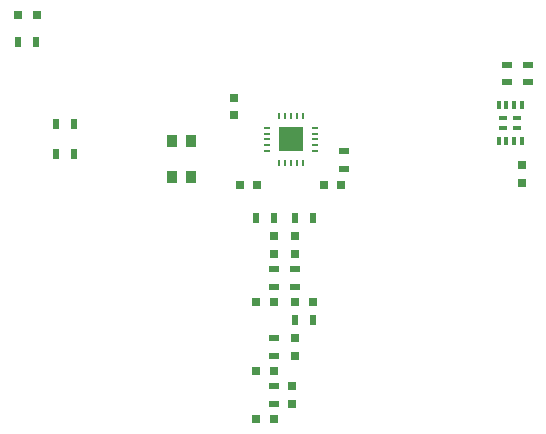
<source format=gtp>
G04 #@! TF.GenerationSoftware,KiCad,Pcbnew,5.0.1-33cea8e~67~ubuntu18.04.1*
G04 #@! TF.CreationDate,2018-12-03T16:30:20-06:00*
G04 #@! TF.ProjectId,PiHatAx5043,50694861744178353034332E6B696361,V1.3*
G04 #@! TF.SameCoordinates,Original*
G04 #@! TF.FileFunction,Paste,Top*
G04 #@! TF.FilePolarity,Positive*
%FSLAX46Y46*%
G04 Gerber Fmt 4.6, Leading zero omitted, Abs format (unit mm)*
G04 Created by KiCad (PCBNEW 5.0.1-33cea8e~67~ubuntu18.04.1) date Mon 03 Dec 2018 04:30:20 PM CST*
%MOMM*%
%LPD*%
G01*
G04 APERTURE LIST*
%ADD10R,0.800000X0.800000*%
%ADD11R,0.920000X1.120000*%
%ADD12R,0.350000X0.650000*%
%ADD13R,0.720000X0.465000*%
%ADD14R,0.800000X0.750000*%
%ADD15R,0.750000X0.800000*%
%ADD16R,0.900000X0.500000*%
%ADD17R,0.500000X0.900000*%
%ADD18R,0.225000X0.562500*%
%ADD19R,0.562500X0.225000*%
%ADD20R,2.137500X2.137500*%
G04 APERTURE END LIST*
D10*
G04 #@! TO.C,D1*
X55537000Y-49403000D03*
X53937000Y-49403000D03*
G04 #@! TD*
D11*
G04 #@! TO.C,Y1*
X68618000Y-63095000D03*
X68618000Y-60095000D03*
X67018000Y-60095000D03*
X67018000Y-63095000D03*
G04 #@! TD*
D12*
G04 #@! TO.C,U2*
X96606000Y-56997000D03*
X95956000Y-56997000D03*
X95306000Y-56997000D03*
X94656000Y-56997000D03*
X94656000Y-60097000D03*
X95306000Y-60097000D03*
X95956000Y-60097000D03*
X96606000Y-60097000D03*
D13*
X95031000Y-58934500D03*
X96231000Y-58934500D03*
X95031000Y-58159500D03*
X96231000Y-58159500D03*
G04 #@! TD*
D14*
G04 #@! TO.C,C1*
X74116500Y-83629500D03*
X75616500Y-83629500D03*
G04 #@! TD*
D15*
G04 #@! TO.C,C2*
X77152500Y-82347500D03*
X77152500Y-80847500D03*
G04 #@! TD*
D14*
G04 #@! TO.C,C3*
X74116500Y-79565500D03*
X75616500Y-79565500D03*
G04 #@! TD*
D15*
G04 #@! TO.C,C4*
X77406500Y-78283500D03*
X77406500Y-76783500D03*
G04 #@! TD*
D14*
G04 #@! TO.C,C5*
X74116500Y-73723500D03*
X75616500Y-73723500D03*
G04 #@! TD*
G04 #@! TO.C,C6*
X78918500Y-73723500D03*
X77418500Y-73723500D03*
G04 #@! TD*
D15*
G04 #@! TO.C,C7*
X75628500Y-69647500D03*
X75628500Y-68147500D03*
G04 #@! TD*
G04 #@! TO.C,C8*
X77406500Y-69647500D03*
X77406500Y-68147500D03*
G04 #@! TD*
D14*
G04 #@! TO.C,C9*
X72719500Y-63817500D03*
X74219500Y-63817500D03*
G04 #@! TD*
G04 #@! TO.C,C10*
X81331500Y-63817500D03*
X79831500Y-63817500D03*
G04 #@! TD*
D15*
G04 #@! TO.C,C11*
X72263000Y-56400000D03*
X72263000Y-57900000D03*
G04 #@! TD*
G04 #@! TO.C,C12*
X96647000Y-63615000D03*
X96647000Y-62115000D03*
G04 #@! TD*
D16*
G04 #@! TO.C,L1*
X75628500Y-80847500D03*
X75628500Y-82347500D03*
G04 #@! TD*
G04 #@! TO.C,L2*
X75628500Y-76783500D03*
X75628500Y-78283500D03*
G04 #@! TD*
D17*
G04 #@! TO.C,L3*
X78918500Y-75247500D03*
X77418500Y-75247500D03*
G04 #@! TD*
D16*
G04 #@! TO.C,L4*
X75628500Y-70941500D03*
X75628500Y-72441500D03*
G04 #@! TD*
G04 #@! TO.C,L5*
X77406500Y-70941500D03*
X77406500Y-72441500D03*
G04 #@! TD*
D17*
G04 #@! TO.C,L6*
X78918500Y-66611500D03*
X77418500Y-66611500D03*
G04 #@! TD*
G04 #@! TO.C,L7*
X74116500Y-66611500D03*
X75616500Y-66611500D03*
G04 #@! TD*
D16*
G04 #@! TO.C,L8*
X81597500Y-60908500D03*
X81597500Y-62408500D03*
G04 #@! TD*
D17*
G04 #@! TO.C,R1*
X58662000Y-61214000D03*
X57162000Y-61214000D03*
G04 #@! TD*
G04 #@! TO.C,R2*
X58662000Y-58674000D03*
X57162000Y-58674000D03*
G04 #@! TD*
D16*
G04 #@! TO.C,R3*
X97155000Y-53606000D03*
X97155000Y-55106000D03*
G04 #@! TD*
G04 #@! TO.C,R4*
X95377000Y-53606000D03*
X95377000Y-55106000D03*
G04 #@! TD*
D17*
G04 #@! TO.C,R5*
X53987000Y-51689000D03*
X55487000Y-51689000D03*
G04 #@! TD*
D18*
G04 #@! TO.C,IC1*
X76078840Y-61944000D03*
X76578840Y-61944000D03*
X77078840Y-61944000D03*
X77578840Y-61944000D03*
X78078840Y-61944000D03*
D19*
X79078840Y-60944000D03*
X79078840Y-60444000D03*
X79078840Y-59944000D03*
X79078840Y-59444000D03*
X79078840Y-58944000D03*
D18*
X78078840Y-57944000D03*
X77578840Y-57944000D03*
X77078840Y-57944000D03*
X76578840Y-57944000D03*
X76078840Y-57944000D03*
D19*
X75078840Y-58944000D03*
X75078840Y-59444000D03*
X75078840Y-59944000D03*
X75078840Y-60444000D03*
X75078840Y-60944000D03*
D20*
X77078840Y-59944000D03*
G04 #@! TD*
M02*

</source>
